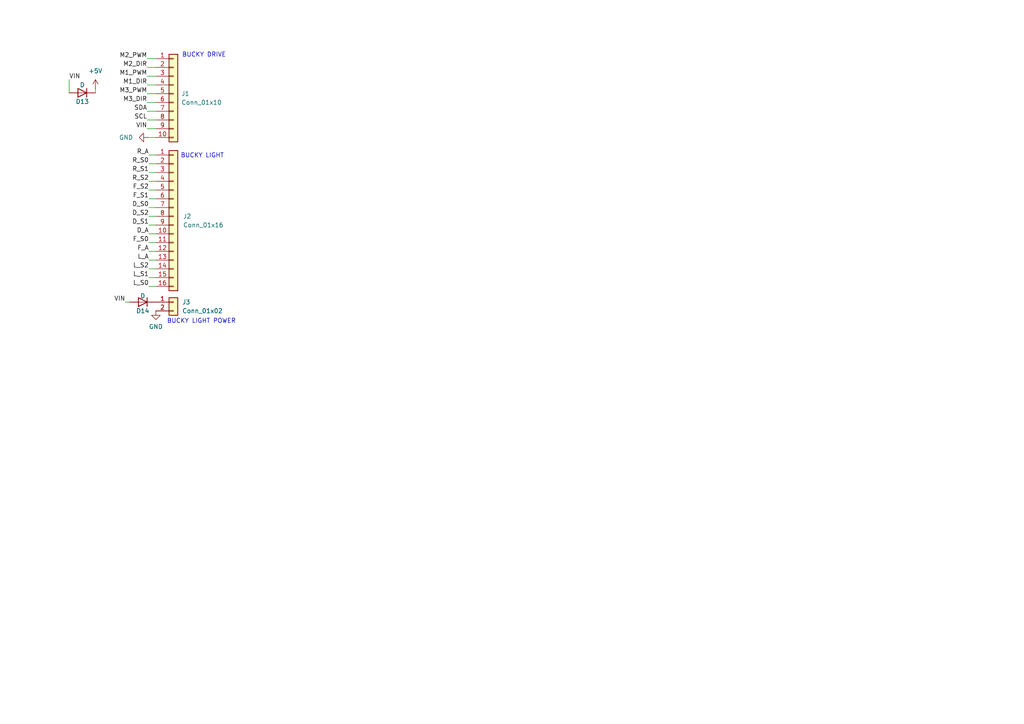
<source format=kicad_sch>
(kicad_sch (version 20231120) (generator "eeschema") (generator_version "8.0")
  (paper "A4")
  (lib_symbols
    (symbol "+5V_3" (power) (pin_numbers hide) (pin_names (offset 0) hide)
      (property "Value" "+5V" (at 0 3.556 0))
      (symbol "+5V_3_0_1"
        (polyline (pts (xy -0.762 1.27) (xy 0 2.54)))
        (polyline (pts (xy 0 0) (xy 0 2.54)))
        (polyline (pts (xy 0 2.54) (xy 0.762 1.27)))
      )
      (symbol "+5V_3_1_1"
        (pin power_in line (at 0 0 90) (length 0) (name "~") (number "1"))
      )
    )
    (symbol "Connector_Generic:Conn_01x02" (pin_names (offset 1.016) hide)
      (property "Reference" "J" (at 0 2.54 0))
      (property "Value" "Conn_01x02" (at 0 -5.08 0))
      (symbol "Conn_01x02_1_1"
        (rectangle (start -1.27 -2.413) (end 0 -2.667) (stroke (width 0.1524)))
        (rectangle (start -1.27 0.127) (end 0 -0.127) (stroke (width 0.1524)))
        (rectangle (start -1.27 1.27) (end 1.27 -3.81) (stroke (width 0.254)) (fill (type background)))
        (pin passive line (at -5.08 0 0) (length 3.81) (name "Pin_1") (number "1"))
        (pin passive line (at -5.08 -2.54 0) (length 3.81) (name "Pin_2") (number "2"))
      )
    )
    (symbol "Connector_Generic:Conn_01x10" (pin_names (offset 1.016) hide)
      (property "Reference" "J" (at 0 12.7 0))
      (property "Value" "Conn_01x10" (at 0 -15.24 0))
      (symbol "Conn_01x10_1_1"
        (rectangle (start -1.27 -12.573) (end 0 -12.827) (stroke (width 0.1524)))
        (rectangle (start -1.27 -10.033) (end 0 -10.287) (stroke (width 0.1524)))
        (rectangle (start -1.27 -7.493) (end 0 -7.747) (stroke (width 0.1524)))
        (rectangle (start -1.27 -4.953) (end 0 -5.207) (stroke (width 0.1524)))
        (rectangle (start -1.27 -2.413) (end 0 -2.667) (stroke (width 0.1524)))
        (rectangle (start -1.27 0.127) (end 0 -0.127) (stroke (width 0.1524)))
        (rectangle (start -1.27 2.667) (end 0 2.413) (stroke (width 0.1524)))
        (rectangle (start -1.27 5.207) (end 0 4.953) (stroke (width 0.1524)))
        (rectangle (start -1.27 7.747) (end 0 7.493) (stroke (width 0.1524)))
        (rectangle (start -1.27 10.287) (end 0 10.033) (stroke (width 0.1524)))
        (rectangle (start -1.27 11.43) (end 1.27 -13.97) (stroke (width 0.254)) (fill (type background)))
        (pin passive line (at -5.08 10.16 0) (length 3.81) (name "Pin_1") (number "1"))
        (pin passive line (at -5.08 -12.7 0) (length 3.81) (name "Pin_10") (number "10"))
        (pin passive line (at -5.08 7.62 0) (length 3.81) (name "Pin_2") (number "2"))
        (pin passive line (at -5.08 5.08 0) (length 3.81) (name "Pin_3") (number "3"))
        (pin passive line (at -5.08 2.54 0) (length 3.81) (name "Pin_4") (number "4"))
        (pin passive line (at -5.08 0 0) (length 3.81) (name "Pin_5") (number "5"))
        (pin passive line (at -5.08 -2.54 0) (length 3.81) (name "Pin_6") (number "6"))
        (pin passive line (at -5.08 -5.08 0) (length 3.81) (name "Pin_7") (number "7"))
        (pin passive line (at -5.08 -7.62 0) (length 3.81) (name "Pin_8") (number "8"))
        (pin passive line (at -5.08 -10.16 0) (length 3.81) (name "Pin_9") (number "9"))
      )
    )
    (symbol "Connector_Generic:Conn_01x16" (pin_names (offset 1.016) hide)
      (property "Reference" "J" (at 0 20.32 0))
      (property "Value" "Conn_01x16" (at 0 -22.86 0))
      (symbol "Conn_01x16_1_1"
        (rectangle (start -1.27 -20.193) (end 0 -20.447) (stroke (width 0.1524)))
        (rectangle (start -1.27 -17.653) (end 0 -17.907) (stroke (width 0.1524)))
        (rectangle (start -1.27 -15.113) (end 0 -15.367) (stroke (width 0.1524)))
        (rectangle (start -1.27 -12.573) (end 0 -12.827) (stroke (width 0.1524)))
        (rectangle (start -1.27 -10.033) (end 0 -10.287) (stroke (width 0.1524)))
        (rectangle (start -1.27 -7.493) (end 0 -7.747) (stroke (width 0.1524)))
        (rectangle (start -1.27 -4.953) (end 0 -5.207) (stroke (width 0.1524)))
        (rectangle (start -1.27 -2.413) (end 0 -2.667) (stroke (width 0.1524)))
        (rectangle (start -1.27 0.127) (end 0 -0.127) (stroke (width 0.1524)))
        (rectangle (start -1.27 2.667) (end 0 2.413) (stroke (width 0.1524)))
        (rectangle (start -1.27 5.207) (end 0 4.953) (stroke (width 0.1524)))
        (rectangle (start -1.27 7.747) (end 0 7.493) (stroke (width 0.1524)))
        (rectangle (start -1.27 10.287) (end 0 10.033) (stroke (width 0.1524)))
        (rectangle (start -1.27 12.827) (end 0 12.573) (stroke (width 0.1524)))
        (rectangle (start -1.27 15.367) (end 0 15.113) (stroke (width 0.1524)))
        (rectangle (start -1.27 17.907) (end 0 17.653) (stroke (width 0.1524)))
        (rectangle (start -1.27 19.05) (end 1.27 -21.59) (stroke (width 0.254)) (fill (type background)))
        (pin passive line (at -5.08 17.78 0) (length 3.81) (name "Pin_1") (number "1"))
        (pin passive line (at -5.08 -5.08 0) (length 3.81) (name "Pin_10") (number "10"))
        (pin passive line (at -5.08 -7.62 0) (length 3.81) (name "Pin_11") (number "11"))
        (pin passive line (at -5.08 -10.16 0) (length 3.81) (name "Pin_12") (number "12"))
        (pin passive line (at -5.08 -12.7 0) (length 3.81) (name "Pin_13") (number "13"))
        (pin passive line (at -5.08 -15.24 0) (length 3.81) (name "Pin_14") (number "14"))
        (pin passive line (at -5.08 -17.78 0) (length 3.81) (name "Pin_15") (number "15"))
        (pin passive line (at -5.08 -20.32 0) (length 3.81) (name "Pin_16") (number "16"))
        (pin passive line (at -5.08 15.24 0) (length 3.81) (name "Pin_2") (number "2"))
        (pin passive line (at -5.08 12.7 0) (length 3.81) (name "Pin_3") (number "3"))
        (pin passive line (at -5.08 10.16 0) (length 3.81) (name "Pin_4") (number "4"))
        (pin passive line (at -5.08 7.62 0) (length 3.81) (name "Pin_5") (number "5"))
        (pin passive line (at -5.08 5.08 0) (length 3.81) (name "Pin_6") (number "6"))
        (pin passive line (at -5.08 2.54 0) (length 3.81) (name "Pin_7") (number "7"))
        (pin passive line (at -5.08 0 0) (length 3.81) (name "Pin_8") (number "8"))
        (pin passive line (at -5.08 -2.54 0) (length 3.81) (name "Pin_9") (number "9"))
      )
    )
    (symbol "Device:D" (pin_numbers hide) (pin_names (offset 1.016) hide)
      (property "Reference" "D" (at 0 2.54 0))
      (property "Value" "D" (at 0 -2.54 0))
      (symbol "D_0_1"
        (polyline (pts (xy -1.27 1.27) (xy -1.27 -1.27)) (stroke (width 0.254)))
        (polyline (pts (xy 1.27 0) (xy -1.27 0)))
        (polyline (pts (xy 1.27 1.27) (xy 1.27 -1.27) (xy -1.27 0) (xy 1.27 1.27)) (stroke (width 0.254)))
      )
      (symbol "D_1_1"
        (pin passive line (at -3.81 0 0) (length 2.54) (name "K") (number "1"))
        (pin passive line (at 3.81 0 180) (length 2.54) (name "A") (number "2"))
      )
    )
    (symbol "GND_3" (power) (pin_numbers hide) (pin_names (offset 0) hide)
      (property "Value" "GND" (at 0 -3.81 0))
      (symbol "GND_3_0_1"
        (polyline (pts (xy 0 0) (xy 0 -1.27) (xy 1.27 -1.27) (xy 0 -2.54) (xy -1.27 -1.27) (xy 0 -1.27)))
      )
      (symbol "GND_3_1_1"
        (pin power_in line (at 0 0 270) (length 0) (name "~") (number "1"))
      )
    )
    (symbol "power:GND" (power) (pin_numbers hide) (pin_names (offset 0) hide)
      (property "Value" "GND" (at 0 -3.81 0))
      (symbol "GND_0_1"
        (polyline (pts (xy 0 0) (xy 0 -1.27) (xy 1.27 -1.27) (xy 0 -2.54) (xy -1.27 -1.27) (xy 0 -1.27)))
      )
      (symbol "GND_1_1"
        (pin power_in line (at 0 0 270) (length 0) (name "~") (number "1"))
      )
    )
  )
  (wire (pts (xy 36.322 87.63) (xy 37.592 87.63)))
  (wire (pts (xy 42.672 17.018) (xy 45.212 17.018)))
  (wire (pts (xy 45.212 67.818) (xy 43.18 67.818)))
  (wire (pts (xy 45.212 60.198) (xy 43.18 60.198)))
  (wire (pts (xy 42.672 32.258) (xy 45.212 32.258)))
  (wire (pts (xy 45.212 52.578) (xy 43.18 52.578)))
  (wire (pts (xy 42.672 22.098) (xy 45.212 22.098)))
  (wire (pts (xy 45.212 70.358) (xy 43.18 70.358)))
  (wire (pts (xy 45.212 72.898) (xy 43.18 72.898)))
  (wire (pts (xy 45.212 65.278) (xy 43.18 65.278)))
  (wire (pts (xy 42.672 34.798) (xy 45.212 34.798)))
  (wire (pts (xy 42.926 39.878) (xy 45.212 39.878)))
  (wire (pts (xy 45.212 83.058) (xy 43.18 83.058)))
  (wire (pts (xy 42.672 24.638) (xy 45.212 24.638)))
  (wire (pts (xy 45.212 80.518) (xy 43.18 80.518)))
  (wire (pts (xy 42.672 27.178) (xy 45.212 27.178)))
  (wire (pts (xy 42.672 37.338) (xy 45.212 37.338)))
  (wire (pts (xy 45.212 75.438) (xy 43.18 75.438)))
  (wire (pts (xy 27.686 25.654) (xy 27.686 26.924)))
  (wire (pts (xy 45.212 55.118) (xy 43.18 55.118)))
  (wire (pts (xy 43.18 47.498) (xy 45.212 47.498)))
  (wire (pts (xy 45.212 62.738) (xy 43.18 62.738)))
  (wire (pts (xy 45.212 77.978) (xy 43.18 77.978)))
  (wire (pts (xy 20.066 23.114) (xy 20.066 26.924)))
  (wire (pts (xy 42.672 19.558) (xy 45.212 19.558)))
  (wire (pts (xy 43.18 44.958) (xy 45.212 44.958)))
  (wire (pts (xy 42.672 29.718) (xy 45.212 29.718)))
  (wire (pts (xy 45.212 57.658) (xy 43.18 57.658)))
  (wire (pts (xy 43.18 50.038) (xy 45.212 50.038)))
  (text "BUCKY LIGHT\n" (at 58.674 45.212 0) (effects (font (size 1.27 1.27))))
  (text "BUCKY DRIVE\n\n" (at 59.182 17.018 0) (effects (font (size 1.27 1.27))))
  (text "BUCKY LIGHT POWER\n\n" (at 58.42 94.234 0) (effects (font (size 1.27 1.27))))
  (label "D_S2" (at 43.18 62.738 180))
  (label "L_A" (at 43.18 75.438 180))
  (label "VIN" (at 42.672 37.338 180))
  (label "D_S0" (at 43.18 60.198 180))
  (label "R_S1" (at 43.18 50.038 180))
  (label "R_A" (at 43.18 44.958 180))
  (label "L_S1" (at 43.18 80.518 180))
  (label "F_A" (at 43.18 72.898 180))
  (label "M1_PWM" (at 42.672 22.098 180))
  (label "M3_DIR" (at 42.672 29.718 180))
  (label "M3_PWM" (at 42.672 27.178 180))
  (label "F_S1" (at 43.18 57.658 180))
  (label "SCL" (at 42.672 34.798 180))
  (label "L_S0" (at 43.18 83.058 180))
  (label "F_S2" (at 43.18 55.118 180))
  (label "SDA" (at 42.672 32.258 180))
  (label "D_S1" (at 43.18 65.278 180))
  (label "VIN" (at 36.322 87.63 180))
  (label "R_S2" (at 43.18 52.578 180))
  (label "L_S2" (at 43.18 77.978 180))
  (label "F_S0" (at 43.18 70.358 180))
  (label "D_A" (at 43.18 67.818 180))
  (label "M2_DIR" (at 42.672 19.558 180))
  (label "M2_PWM" (at 42.672 17.018 180))
  (label "M1_DIR" (at 42.672 24.638 180))
  (label "VIN" (at 20.066 23.114 0))
  (label "R_S0" (at 43.18 47.498 180))
  (symbol (lib_id "Connector_Generic:Conn_01x02") (at 50.292 87.63 0) (unit 1)
    (property "Reference" "J3" (at 52.832 87.6299 0) (effects (justify left)))
    (property "Value" "Conn_01x02" (at 52.832 90.1699 0) (effects (justify left)))
    (property "Footprint" "BUCKY_MAIN:CONN_S2B-PH-K-S_JST" (effects (hide yes)))
    (property "Datasheet" "https://www.digikey.nl/nl/products/detail/jst-sales-america-inc/S2B-PH-K-S/926626" (effects (hide yes)))
    (property "Description" "Generic connector, single row, 01x02, script generated (kicad-library-utils/schlib/autogen/connector/)" (effects (hide yes)))
  )
  (symbol (lib_id "Device:D") (at 23.876 26.924 180) (unit 1)
    (property "Reference" "D13" (at 23.876 29.464 0))
    (property "Value" "D" (at 23.876 24.638 0))
    (property "Footprint" "Diode_SMD:D_0603_1608Metric" (effects (hide yes)))
    (property "Description" "Diode" (effects (hide yes)))
    (property "Sim.Device" "D" (effects (hide yes)))
    (property "Sim.Pins" "1=K 2=A" (effects (hide yes)))
  )
  (symbol (lib_name "GND_3") (lib_id "power:GND") (at 42.926 39.878 270) (unit 1)
    (property "Reference" "#PWR030" (effects (hide yes)))
    (property "Value" "GND" (at 38.608 39.8779 90) (effects (justify right)))
    (property "Description" "Power symbol creates a global label with name \"GND\" , ground" (effects (hide yes)))
  )
  (symbol (lib_id "Connector_Generic:Conn_01x16") (at 50.292 62.738 0) (unit 1)
    (property "Reference" "J2" (at 53.086 62.7379 0) (effects (justify left)))
    (property "Value" "Conn_01x16" (at 53.086 65.2779 0) (effects (justify left)))
    (property "Footprint" "BUCKY_MAIN:CONN_B16B-PH-SM4-TB_JST" (effects (hide yes)))
    (property "Datasheet" "https://www.digikey.nl/nl/products/detail/jst-sales-america-inc/B16B-PH-SM4-TB/926654" (effects (hide yes)))
    (property "Description" "Generic connector, single row, 01x16, script generated (kicad-library-utils/schlib/autogen/connector/)" (effects (hide yes)))
  )
  (symbol (lib_id "power:GND") (at 45.212 90.17 0) (unit 1)
    (property "Reference" "#PWR031" (effects (hide yes)))
    (property "Value" "GND" (at 45.212 94.742 0))
    (property "Description" "Power symbol creates a global label with name \"GND\" , ground" (effects (hide yes)))
  )
  (symbol (lib_id "Connector_Generic:Conn_01x10") (at 50.292 27.178 0) (unit 1)
    (property "Reference" "J1" (at 52.578 27.1779 0) (effects (justify left)))
    (property "Value" "Conn_01x10" (at 52.578 29.7179 0) (effects (justify left)))
    (property "Footprint" "BUCKY_MAIN:CONN10_S10B-PH_JST" (effects (hide yes)))
    (property "Datasheet" "https://www.digikey.nl/nl/products/detail/jst-sales-america-inc/S10B-PH-SM4-TB/926663" (effects (hide yes)))
    (property "Description" "Generic connector, single row, 01x10, script generated (kicad-library-utils/schlib/autogen/connector/)" (effects (hide yes)))
  )
  (symbol (lib_name "+5V_3") (lib_id "power:+5V") (at 27.686 25.654 0) (unit 1)
    (property "Reference" "#PWR028" (effects (hide yes)))
    (property "Value" "+5V" (at 27.686 20.574 0))
    (property "Description" "Power symbol creates a global label with name \"+5V\"" (effects (hide yes)))
  )
  (symbol (lib_id "Device:D") (at 41.402 87.63 180) (unit 1)
    (property "Reference" "D14" (at 41.402 90.17 0))
    (property "Value" "D" (at 41.402 85.852 0))
    (property "Footprint" "Diode_SMD:D_0603_1608Metric" (effects (hide yes)))
    (property "Description" "Diode" (effects (hide yes)))
    (property "Sim.Device" "D" (effects (hide yes)))
    (property "Sim.Pins" "1=K 2=A" (effects (hide yes)))
  )
)
</source>
